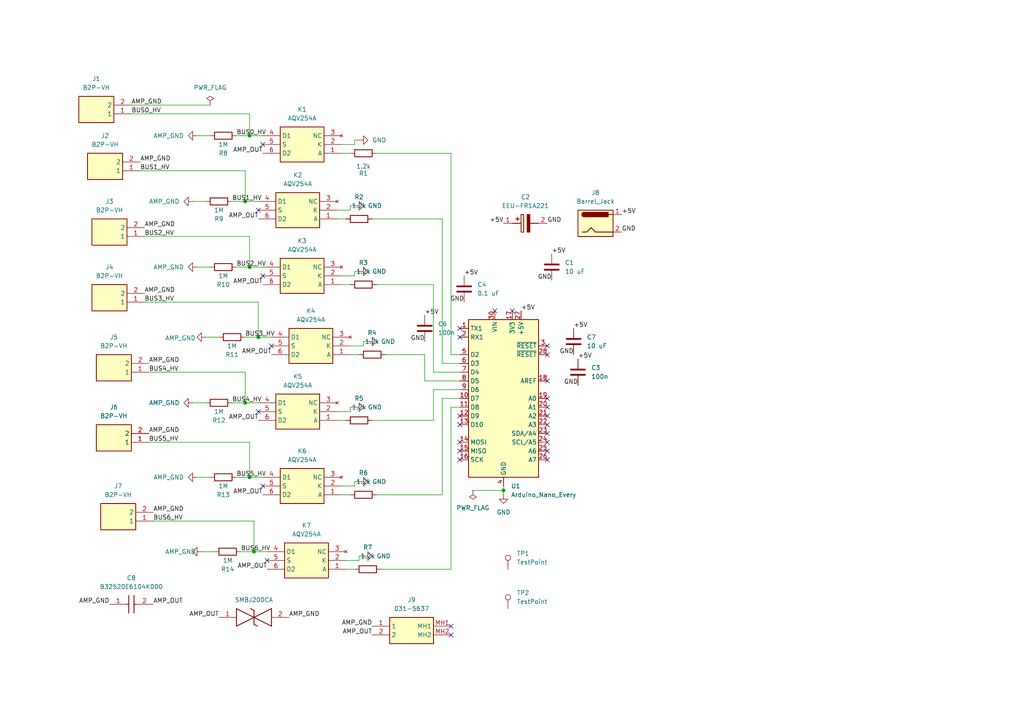
<source format=kicad_sch>
(kicad_sch (version 20250114) (generator "eeschema") (generator_version "9.0")
  (paper "A4")
  (lib_symbols
    (symbol "Connector:Barrel_Jack" (pin_names (offset 1.016))
      (property "Reference" "J" (at 0 5.334 0))
      (property "Value" "Barrel_Jack" (at 0 -5.08 0))
      (symbol "Barrel_Jack_0_1"
        (rectangle (start -5.08 3.81) (end 5.08 -3.81) (stroke (width 0.254)) (fill (type background)))
        (polyline (pts (xy -3.81 -2.54) (xy -2.54 -2.54) (xy -1.27 -1.27) (xy 0 -2.54) (xy 2.54 -2.54) (xy 5.08 -2.54)) (stroke (width 0.254)))
        (arc (start -3.302 1.905) (mid -3.9343 2.54) (end -3.302 3.175) (stroke (width 0.254)))
        (arc (start -3.302 1.905) (mid -3.9343 2.54) (end -3.302 3.175) (stroke (width 0.254)) (fill (type outline)))
        (rectangle (start 3.683 3.175) (end -3.302 1.905) (stroke (width 0.254)) (fill (type outline)))
        (polyline (pts (xy 5.08 2.54) (xy 3.81 2.54)) (stroke (width 0.254)))
      )
      (symbol "Barrel_Jack_1_1"
        (pin passive line (at 7.62 2.54 180) (length 2.54) (name "~") (number "1"))
        (pin passive line (at 7.62 -2.54 180) (length 2.54) (name "~") (number "2"))
      )
    )
    (symbol "Connector:TestPoint" (pin_numbers (hide yes)) (pin_names (offset 0.762) (hide yes))
      (property "Reference" "TP" (at 0 6.858 0))
      (property "Value" "TestPoint" (at 0 5.08 0))
      (symbol "TestPoint_0_1"
        (circle (center 0 3.302) (radius 0.762))
      )
      (symbol "TestPoint_1_1"
        (pin passive line (at 0 0 90) (length 2.54) (name "1") (number "1"))
      )
    )
    (symbol "Device:C" (pin_numbers (hide yes)) (pin_names (offset 0.254))
      (property "Reference" "C" (at 0.635 2.54 0))
      (property "Value" "C" (at 0.635 -2.54 0))
      (symbol "C_0_1"
        (polyline (pts (xy -2.032 0.762) (xy 2.032 0.762)) (stroke (width 0.508)))
        (polyline (pts (xy -2.032 -0.762) (xy 2.032 -0.762)) (stroke (width 0.508)))
      )
      (symbol "C_1_1"
        (pin passive line (at 0 3.81 270) (length 2.794) (name "~") (number "1"))
        (pin passive line (at 0 -3.81 90) (length 2.794) (name "~") (number "2"))
      )
    )
    (symbol "Device:R" (pin_numbers (hide yes)) (pin_names (offset 0))
      (property "Reference" "R" (at 2.032 0 90))
      (property "Value" "R" (at 0 0 90))
      (symbol "R_0_1"
        (rectangle (start -1.016 -2.54) (end 1.016 2.54) (stroke (width 0.254)))
      )
      (symbol "R_1_1"
        (pin passive line (at 0 3.81 270) (length 1.27) (name "~") (number "1"))
        (pin passive line (at 0 -3.81 90) (length 1.27) (name "~") (number "2"))
      )
    )
    (symbol "MCU_Module:Arduino_Nano_Every"
      (property "Reference" "A" (at -10.16 23.495 0))
      (property "Value" "Arduino_Nano_Every" (at 5.08 -24.13 0))
      (symbol "Arduino_Nano_Every_0_1"
        (rectangle (start -10.16 22.86) (end 10.16 -22.86) (stroke (width 0.254)) (fill (type background)))
      )
      (symbol "Arduino_Nano_Every_1_1"
        (pin bidirectional line (at -12.7 20.32 0) (length 2.54) (name "TX1") (number "1"))
        (pin bidirectional line (at -12.7 17.78 0) (length 2.54) (name "RX1") (number "2"))
        (pin bidirectional line (at -12.7 12.7 0) (length 2.54) (name "D2") (number "5"))
        (pin bidirectional line (at -12.7 10.16 0) (length 2.54) (name "D3") (number "6"))
        (pin bidirectional line (at -12.7 7.62 0) (length 2.54) (name "D4") (number "7"))
        (pin bidirectional line (at -12.7 5.08 0) (length 2.54) (name "D5") (number "8"))
        (pin bidirectional line (at -12.7 2.54 0) (length 2.54) (name "D6") (number "9"))
        (pin bidirectional line (at -12.7 0 0) (length 2.54) (name "D7") (number "10"))
        (pin bidirectional line (at -12.7 -2.54 0) (length 2.54) (name "D8") (number "11"))
        (pin bidirectional line (at -12.7 -5.08 0) (length 2.54) (name "D9") (number "12"))
        (pin bidirectional line (at -12.7 -7.62 0) (length 2.54) (name "D10") (number "13"))
        (pin bidirectional line (at -12.7 -12.7 0) (length 2.54) (name "MOSI") (number "14"))
        (pin bidirectional line (at -12.7 -15.24 0) (length 2.54) (name "MISO") (number "15"))
        (pin bidirectional line (at -12.7 -17.78 0) (length 2.54) (name "SCK") (number "16"))
        (pin power_in line (at -2.54 25.4 270) (length 2.54) (name "VIN") (number "30"))
        (pin passive line (at 0 -25.4 90) (length 2.54) (hide yes) (name "GND") (number "29"))
        (pin power_in line (at 0 -25.4 90) (length 2.54) (name "GND") (number "4"))
        (pin power_out line (at 2.54 25.4 270) (length 2.54) (name "3V3") (number "17"))
        (pin power_out line (at 5.08 25.4 270) (length 2.54) (name "+5V") (number "27"))
        (pin input line (at 12.7 15.24 180) (length 2.54) (name "~{RESET}") (number "3"))
        (pin input line (at 12.7 12.7 180) (length 2.54) (name "~{RESET}") (number "28"))
        (pin input line (at 12.7 5.08 180) (length 2.54) (name "AREF") (number "18"))
        (pin bidirectional line (at 12.7 0 180) (length 2.54) (name "A0") (number "19"))
        (pin bidirectional line (at 12.7 -2.54 180) (length 2.54) (name "A1") (number "20"))
        (pin bidirectional line (at 12.7 -5.08 180) (length 2.54) (name "A2") (number "21"))
        (pin bidirectional line (at 12.7 -7.62 180) (length 2.54) (name "A3") (number "22"))
        (pin bidirectional line (at 12.7 -10.16 180) (length 2.54) (name "SDA/A4") (number "23"))
        (pin bidirectional line (at 12.7 -12.7 180) (length 2.54) (name "SCL/A5") (number "24"))
        (pin bidirectional line (at 12.7 -15.24 180) (length 2.54) (name "A6") (number "25"))
        (pin bidirectional line (at 12.7 -17.78 180) (length 2.54) (name "A7") (number "26"))
      )
    )
    (symbol "SamacSys_Parts:031-5637"
      (property "Reference" "J" (at 19.05 7.62 0))
      (property "Value" "031-5637" (at 19.05 5.08 0))
      (symbol "031-5637_1_1"
        (rectangle (start 5.08 2.54) (end 17.78 -5.08) (stroke (width 0.254)) (fill (type background)))
        (pin passive line (at 0 0 0) (length 5.08) (name "1") (number "1"))
        (pin passive line (at 0 -2.54 0) (length 5.08) (name "2") (number "2"))
        (pin passive line (at 22.86 0 180) (length 5.08) (name "MH1") (number "MH1"))
        (pin passive line (at 22.86 -2.54 180) (length 5.08) (name "MH2") (number "MH2"))
      )
    )
    (symbol "SamacSys_Parts:AQV254A"
      (property "Reference" "K" (at 19.05 7.62 0))
      (property "Value" "AQV254A" (at 19.05 5.08 0))
      (symbol "AQV254A_1_1"
        (rectangle (start 5.08 2.54) (end 17.78 -7.62) (stroke (width 0.254)) (fill (type background)))
        (pin passive line (at 0 0 0) (length 5.08) (name "A") (number "1"))
        (pin passive line (at 0 -2.54 0) (length 5.08) (name "K") (number "2"))
        (pin no_connect line (at 0 -5.08 0) (length 5.08) (name "NC") (number "3"))
        (pin passive line (at 22.86 0 180) (length 5.08) (name "D2") (number "6"))
        (pin passive line (at 22.86 -2.54 180) (length 5.08) (name "S") (number "5"))
        (pin passive line (at 22.86 -5.08 180) (length 5.08) (name "D1") (number "4"))
      )
    )
    (symbol "SamacSys_Parts:B2P-VH"
      (property "Reference" "J" (at 16.51 7.62 0))
      (property "Value" "B2P-VH" (at 16.51 5.08 0))
      (symbol "B2P-VH_1_1"
        (rectangle (start 5.08 2.54) (end 15.24 -5.08) (stroke (width 0.254)) (fill (type background)))
        (pin passive line (at 0 0 0) (length 5.08) (name "1") (number "1"))
        (pin passive line (at 0 -2.54 0) (length 5.08) (name "2") (number "2"))
      )
    )
    (symbol "SamacSys_Parts:B32520E6104K000" (pin_names (hide yes))
      (property "Reference" "C" (at 8.89 6.35 0))
      (property "Value" "B32520E6104K000" (at 8.89 3.81 0))
      (symbol "B32520E6104K000_1_1"
        (polyline (pts (xy 5.08 0) (xy 5.588 0)) (stroke (width 0.254)))
        (polyline (pts (xy 5.588 2.54) (xy 5.588 -2.54)) (stroke (width 0.254)))
        (polyline (pts (xy 7.112 2.54) (xy 7.112 -2.54)) (stroke (width 0.254)))
        (polyline (pts (xy 7.112 0) (xy 7.62 0)) (stroke (width 0.254)))
        (pin passive line (at 0 0 0) (length 5.08) (name "1") (number "1"))
        (pin passive line (at 12.7 0 180) (length 5.08) (name "2") (number "2"))
      )
    )
    (symbol "SamacSys_Parts:EEU-FR1A221" (pin_names (hide yes))
      (property "Reference" "C" (at 8.89 6.35 0))
      (property "Value" "EEU-FR1A221" (at 8.89 3.81 0))
      (symbol "EEU-FR1A221_1_1"
        (polyline (pts (xy 2.54 0) (xy 5.08 0)) (stroke (width 0.254)))
        (polyline (pts (xy 4.064 1.778) (xy 4.064 0.762)) (stroke (width 0.254)))
        (polyline (pts (xy 4.572 1.27) (xy 3.556 1.27)) (stroke (width 0.254)))
        (rectangle (start 5.08 2.54) (end 5.842 -2.54) (stroke (width 0.254)) (fill (type background)))
        (polyline (pts (xy 7.62 2.54) (xy 7.62 -2.54) (xy 6.858 -2.54) (xy 6.858 2.54) (xy 7.62 2.54)) (stroke (width 0.254)) (fill (type outline)))
        (polyline (pts (xy 7.62 0) (xy 10.16 0)) (stroke (width 0.254)))
        (pin passive line (at 0 0 0) (length 2.54) (name "+") (number "1"))
        (pin passive line (at 12.7 0 180) (length 2.54) (name "-") (number "2"))
      )
    )
    (symbol "SamacSys_Parts:SMBJ200CA" (pin_names (hide yes))
      (property "Reference" "D" (at 12.7 8.89 0))
      (property "Value" "SMBJ200CA" (at 12.7 6.35 0))
      (symbol "SMBJ200CA_1_1"
        (polyline (pts (xy 5.08 2.54) (xy 5.08 -2.54)) (stroke (width 0.254)))
        (polyline (pts (xy 5.08 2.54) (xy 10.16 0)) (stroke (width 0.254)))
        (polyline (pts (xy 9.144 2.54) (xy 10.16 2.032)) (stroke (width 0.254)))
        (polyline (pts (xy 10.16 0) (xy 5.08 -2.54)) (stroke (width 0.254)))
        (polyline (pts (xy 10.16 0) (xy 15.24 -2.54)) (stroke (width 0.254)))
        (polyline (pts (xy 10.16 -2.032) (xy 10.16 2.032)) (stroke (width 0.254)))
        (polyline (pts (xy 10.16 -2.032) (xy 11.176 -2.54)) (stroke (width 0.254)))
        (polyline (pts (xy 15.24 2.54) (xy 10.16 0)) (stroke (width 0.254)))
        (polyline (pts (xy 15.24 2.54) (xy 15.24 -2.54)) (stroke (width 0.254)))
        (pin passive line (at 0 0 0) (length 5.08) (name "1") (number "1"))
        (pin passive line (at 20.32 0 180) (length 5.08) (name "2") (number "2"))
      )
    )
    (symbol "power:GND" (power) (pin_numbers (hide yes)) (pin_names (offset 0) (hide yes))
      (property "Value" "GND" (at 0 -3.81 0))
      (symbol "GND_0_1"
        (polyline (pts (xy 0 0) (xy 0 -1.27) (xy 1.27 -1.27) (xy 0 -2.54) (xy -1.27 -1.27) (xy 0 -1.27)))
      )
      (symbol "GND_1_1"
        (pin power_in line (at 0 0 270) (length 0) (name "~") (number "1"))
      )
    )
    (symbol "power:PWR_FLAG" (power) (pin_numbers (hide yes)) (pin_names (offset 0) (hide yes))
      (property "Value" "PWR_FLAG" (at 0 3.81 0))
      (symbol "PWR_FLAG_0_0"
        (pin power_out line (at 0 0 90) (length 0) (name "~") (number "1"))
      )
      (symbol "PWR_FLAG_0_1"
        (polyline (pts (xy 0 0) (xy 0 1.27) (xy -1.016 1.905) (xy 0 2.54) (xy 1.016 1.905) (xy 0 1.27)))
      )
    )
  )
  (junction (at 73.66 160.02))
  (junction (at 72.39 39.37))
  (junction (at 71.12 58.42))
  (junction (at 72.39 77.47))
  (junction (at 74.93 97.79))
  (junction (at 71.12 116.84))
  (junction (at 72.39 138.43))
  (junction (at 146.05 142.24))
  (no_connect (at 133.35 95.25))
  (no_connect (at 133.35 120.65))
  (no_connect (at 158.75 133.35))
  (no_connect (at 143.51 90.17))
  (no_connect (at 76.2 80.01))
  (no_connect (at 158.75 110.49))
  (no_connect (at 133.35 133.35))
  (no_connect (at 158.75 102.87))
  (no_connect (at 130.81 181.61))
  (no_connect (at 78.74 100.33))
  (no_connect (at 158.75 128.27))
  (no_connect (at 158.75 125.73))
  (no_connect (at 158.75 118.11))
  (no_connect (at 158.75 100.33))
  (no_connect (at 74.93 60.96))
  (no_connect (at 158.75 130.81))
  (no_connect (at 158.75 123.19))
  (no_connect (at 74.93 119.38))
  (no_connect (at 76.2 41.91))
  (no_connect (at 76.2 140.97))
  (no_connect (at 158.75 120.65))
  (no_connect (at 148.59 90.17))
  (no_connect (at 133.35 97.79))
  (no_connect (at 133.35 130.81))
  (no_connect (at 133.35 128.27))
  (no_connect (at 158.75 115.57))
  (no_connect (at 133.35 123.19))
  (no_connect (at 130.81 184.15))
  (no_connect (at 77.47 162.56))
  (wire (pts (xy 57.15 138.43) (xy 60.96 138.43)))
  (wire (pts (xy 55.88 58.42) (xy 59.69 58.42)))
  (wire (pts (xy 101.6 59.69) (xy 102.87 59.69)))
  (wire (pts (xy 67.31 58.42) (xy 71.12 58.42)))
  (wire (pts (xy 72.39 39.37) (xy 76.2 39.37)))
  (wire (pts (xy 101.6 119.38) (xy 97.79 119.38)))
  (wire (pts (xy 102.87 40.64) (xy 104.14 40.64)))
  (wire (pts (xy 133.35 115.57) (xy 128.27 115.57)))
  (wire (pts (xy 123.19 110.49) (xy 123.19 102.87)))
  (wire (pts (xy 109.22 143.51) (xy 128.27 143.51)))
  (wire (pts (xy 102.87 78.74) (xy 102.87 80.01)))
  (wire (pts (xy 101.6 118.11) (xy 102.87 118.11)))
  (wire (pts (xy 137.16 142.24) (xy 146.05 142.24)))
  (wire (pts (xy 130.81 118.11) (xy 133.35 118.11)))
  (wire (pts (xy 68.58 39.37) (xy 72.39 39.37)))
  (wire (pts (xy 146.05 140.97) (xy 146.05 142.24)))
  (wire (pts (xy 128.27 105.41) (xy 133.35 105.41)))
  (wire (pts (xy 40.64 49.53) (xy 71.12 49.53)))
  (wire (pts (xy 38.1 30.48) (xy 60.96 30.48)))
  (wire (pts (xy 41.91 87.63) (xy 74.93 87.63)))
  (wire (pts (xy 125.73 113.03) (xy 133.35 113.03)))
  (wire (pts (xy 73.66 160.02) (xy 77.47 160.02)))
  (wire (pts (xy 146.05 142.24) (xy 146.05 143.51)))
  (wire (pts (xy 128.27 63.5) (xy 107.95 63.5)))
  (wire (pts (xy 105.41 100.33) (xy 101.6 100.33)))
  (wire (pts (xy 128.27 115.57) (xy 128.27 143.51)))
  (wire (pts (xy 102.87 139.7) (xy 104.14 139.7)))
  (wire (pts (xy 68.58 138.43) (xy 72.39 138.43)))
  (wire (pts (xy 130.81 44.45) (xy 109.22 44.45)))
  (wire (pts (xy 125.73 82.55) (xy 109.22 82.55)))
  (wire (pts (xy 57.15 39.37) (xy 60.96 39.37)))
  (wire (pts (xy 104.14 162.56) (xy 100.33 162.56)))
  (wire (pts (xy 43.18 107.95) (xy 71.12 107.95)))
  (wire (pts (xy 102.87 41.91) (xy 99.06 41.91)))
  (wire (pts (xy 125.73 121.92) (xy 125.73 113.03)))
  (wire (pts (xy 44.45 151.13) (xy 73.66 151.13)))
  (wire (pts (xy 72.39 68.58) (xy 72.39 77.47)))
  (wire (pts (xy 71.12 97.79) (xy 74.93 97.79)))
  (wire (pts (xy 101.6 102.87) (xy 104.14 102.87)))
  (wire (pts (xy 102.87 140.97) (xy 99.06 140.97)))
  (wire (pts (xy 72.39 128.27) (xy 72.39 138.43)))
  (wire (pts (xy 97.79 63.5) (xy 100.33 63.5)))
  (wire (pts (xy 57.15 77.47) (xy 60.96 77.47)))
  (wire (pts (xy 101.6 118.11) (xy 101.6 119.38)))
  (wire (pts (xy 128.27 63.5) (xy 128.27 105.41)))
  (wire (pts (xy 72.39 77.47) (xy 76.2 77.47)))
  (wire (pts (xy 102.87 139.7) (xy 102.87 140.97)))
  (wire (pts (xy 41.91 68.58) (xy 72.39 68.58)))
  (wire (pts (xy 71.12 116.84) (xy 74.93 116.84)))
  (wire (pts (xy 104.14 161.29) (xy 105.41 161.29)))
  (wire (pts (xy 102.87 80.01) (xy 99.06 80.01)))
  (wire (pts (xy 101.6 60.96) (xy 97.79 60.96)))
  (wire (pts (xy 130.81 165.1) (xy 130.81 118.11)))
  (wire (pts (xy 105.41 99.06) (xy 105.41 100.33)))
  (wire (pts (xy 123.19 102.87) (xy 111.76 102.87)))
  (wire (pts (xy 59.69 97.79) (xy 63.5 97.79)))
  (wire (pts (xy 58.42 160.02) (xy 62.23 160.02)))
  (wire (pts (xy 74.93 97.79) (xy 78.74 97.79)))
  (wire (pts (xy 71.12 49.53) (xy 71.12 58.42)))
  (wire (pts (xy 99.06 143.51) (xy 101.6 143.51)))
  (wire (pts (xy 72.39 138.43) (xy 76.2 138.43)))
  (wire (pts (xy 43.18 128.27) (xy 72.39 128.27)))
  (wire (pts (xy 72.39 39.37) (xy 72.39 33.02)))
  (wire (pts (xy 107.95 121.92) (xy 125.73 121.92)))
  (wire (pts (xy 73.66 151.13) (xy 73.66 160.02)))
  (wire (pts (xy 125.73 107.95) (xy 133.35 107.95)))
  (wire (pts (xy 130.81 102.87) (xy 133.35 102.87)))
  (wire (pts (xy 68.58 77.47) (xy 72.39 77.47)))
  (wire (pts (xy 99.06 82.55) (xy 101.6 82.55)))
  (wire (pts (xy 105.41 99.06) (xy 106.68 99.06)))
  (wire (pts (xy 101.6 59.69) (xy 101.6 60.96)))
  (wire (pts (xy 130.81 44.45) (xy 130.81 102.87)))
  (wire (pts (xy 125.73 82.55) (xy 125.73 107.95)))
  (wire (pts (xy 104.14 161.29) (xy 104.14 162.56)))
  (wire (pts (xy 99.06 44.45) (xy 101.6 44.45)))
  (wire (pts (xy 74.93 87.63) (xy 74.93 97.79)))
  (wire (pts (xy 102.87 40.64) (xy 102.87 41.91)))
  (wire (pts (xy 72.39 33.02) (xy 38.1 33.02)))
  (wire (pts (xy 97.79 121.92) (xy 100.33 121.92)))
  (wire (pts (xy 71.12 107.95) (xy 71.12 116.84)))
  (wire (pts (xy 133.35 110.49) (xy 123.19 110.49)))
  (wire (pts (xy 55.88 116.84) (xy 59.69 116.84)))
  (wire (pts (xy 102.87 78.74) (xy 104.14 78.74)))
  (wire (pts (xy 71.12 58.42) (xy 74.93 58.42)))
  (wire (pts (xy 69.85 160.02) (xy 73.66 160.02)))
  (wire (pts (xy 67.31 116.84) (xy 71.12 116.84)))
  (wire (pts (xy 110.49 165.1) (xy 130.81 165.1)))
  (wire (pts (xy 100.33 165.1) (xy 102.87 165.1)))
  (label "AMP_GND" (at 41.91 85.09 0))
  (label "BUS0_HV" (at 38.1 33.02 0))
  (label "AMP_GND" (at 38.1 30.48 0))
  (label "BUS5_HV" (at 43.18 128.27 0))
  (label "GND" (at 166.37 102.87 180))
  (label "+5V" (at 166.37 95.25 0))
  (label "AMP_OUT" (at 78.74 102.87 180))
  (label "AMP_OUT" (at 76.2 143.51 180))
  (label "BUS4_HV" (at 67.31 116.84 0))
  (label "BUS3_HV" (at 41.91 87.63 0))
  (label "AMP_GND" (at 43.18 125.73 0))
  (label "+5V" (at 151.13 90.17 0))
  (label "BUS4_HV" (at 43.18 107.95 0))
  (label "BUS2_HV" (at 68.58 77.47 0))
  (label "BUS1_HV" (at 40.64 49.53 0))
  (label "AMP_OUT" (at 76.2 82.55 180))
  (label "+5V" (at 123.19 91.44 0))
  (label "+5V" (at 180.34 62.23 0))
  (label "GND" (at 158.75 64.77 0))
  (label "+5V" (at 167.64 104.14 0))
  (label "AMP_OUT" (at 74.93 121.92 180))
  (label "GND" (at 167.64 111.76 180))
  (label "AMP_OUT" (at 63.5 179.07 180))
  (label "GND" (at 134.62 87.63 180))
  (label "GND" (at 123.19 99.06 180))
  (label "+5V" (at 146.05 64.77 180))
  (label "AMP_OUT" (at 74.93 63.5 180))
  (label "BUS0_HV" (at 68.58 39.37 0))
  (label "GND" (at 160.02 81.28 180))
  (label "BUS6_HV" (at 69.85 160.02 0))
  (label "BUS6_HV" (at 44.45 151.13 0))
  (label "AMP_OUT" (at 77.47 165.1 180))
  (label "AMP_GND" (at 83.82 179.07 0))
  (label "AMP_OUT" (at 76.2 44.45 180))
  (label "BUS5_HV" (at 68.58 138.43 0))
  (label "BUS1_HV" (at 67.31 58.42 0))
  (label "AMP_OUT" (at 107.95 184.15 180))
  (label "+5V" (at 160.02 73.66 0))
  (label "AMP_GND" (at 107.95 181.61 180))
  (label "+5V" (at 134.62 80.01 0))
  (label "AMP_OUT" (at 44.45 175.26 0))
  (label "BUS2_HV" (at 41.91 68.58 0))
  (label "AMP_GND" (at 44.45 148.59 0))
  (label "AMP_GND" (at 43.18 105.41 0))
  (label "GND" (at 180.34 67.31 0))
  (label "AMP_GND" (at 41.91 66.04 0))
  (label "AMP_GND" (at 40.64 46.99 0))
  (label "AMP_GND" (at 31.75 175.26 180))
  (label "BUS3_HV" (at 71.12 97.79 0))
  (symbol (lib_id "Device:C") (at 134.62 83.82 0) (unit 1)
    (property "Reference" "C4" (at 138.43 82.5499 0) (effects (justify left)))
    (property "Value" "0.1 uF" (at 138.43 85.0899 0) (effects (justify left)))
    (property "Footprint" "Capacitor_SMD:C_0805_2012Metric" (effects (hide yes)))
    (property "Description" "Unpolarized capacitor" (effects (hide yes)))
  )
  (symbol (lib_id "SamacSys_Parts:B2P-VH") (at 43.18 128.27 180) (unit 1)
    (property "Reference" "J6" (at 33.02 118.11 0))
    (property "Value" "B2P-VH" (at 33.02 120.65 0))
    (property "Footprint" "Connector_JST:JST_VH_B2P-VH-B_1x02_P3.96mm_Vertical" (effects (hide yes)))
    (property "Datasheet" "http://www.jst-mfg.com/product/pdf/eng/eVH.pdf" (effects (hide yes)))
    (property "Description" "CONN HEADER VH TOP 2POS 3.96MM" (effects (hide yes)))
    (property "Height" "9.4" (effects (hide yes)))
    (property "Manufacturer_Name" "JST (JAPAN SOLDERLESS TERMINALS)" (effects (hide yes)))
    (property "Manufacturer_Part_Number" "B2P-VH" (effects (hide yes)))
  )
  (symbol (lib_id "SamacSys_Parts:B2P-VH") (at 41.91 87.63 180) (unit 1)
    (property "Reference" "J4" (at 31.75 77.47 0))
    (property "Value" "B2P-VH" (at 31.75 80.01 0))
    (property "Footprint" "Connector_JST:JST_VH_B2P-VH-B_1x02_P3.96mm_Vertical" (effects (hide yes)))
    (property "Datasheet" "http://www.jst-mfg.com/product/pdf/eng/eVH.pdf" (effects (hide yes)))
    (property "Description" "CONN HEADER VH TOP 2POS 3.96MM" (effects (hide yes)))
    (property "Height" "9.4" (effects (hide yes)))
    (property "Manufacturer_Name" "JST (JAPAN SOLDERLESS TERMINALS)" (effects (hide yes)))
    (property "Manufacturer_Part_Number" "B2P-VH" (effects (hide yes)))
  )
  (symbol (lib_id "SamacSys_Parts:AQV254A") (at 97.79 63.5 180) (unit 1)
    (property "Reference" "K2" (at 86.36 50.8 0))
    (property "Value" "AQV254A" (at 86.36 53.34 0))
    (property "Footprint" "Package_DIP:SMDIP-6_W7.62mm" (effects (hide yes)))
    (property "Datasheet" "https://datasheet.datasheetarchive.com/originals/distributors/Datasheets-315/542737.pdf" (effects (hide yes)))
    (property "Description" "Relay,SSR,Control,SPST-NO,150mA,400V,SMD Panasonic 150 mA SPNO Solid State Relay, AC/DC, Surface Mount PhotoMOS, 400 V Maximum Load" (effects (hide yes)))
    (property "Height" "3.9" (effects (hide yes)))
    (property "Manufacturer_Name" "Panasonic" (effects (hide yes)))
    (property "Manufacturer_Part_Number" "AQV254A" (effects (hide yes)))
    (property "Mouser Part Number" "769-AQV254A" (effects (hide yes)))
    (property "Mouser Price/Stock" "https://www.mouser.co.uk/ProductDetail/Panasonic-Industrial-Devices/AQV254A?qs=QVBMgXxBiLxg%252B9lh65%252BN7w%3D%3D" (effects (hide yes)))
    (property "Arrow Part Number" "AQV254A" (effects (hide yes)))
    (property "Arrow Price/Stock" "https://www.arrow.com/en/products/aqv254a/panasonic" (effects (hide yes)))
  )
  (symbol (lib_id "SamacSys_Parts:AQV254A") (at 97.79 121.92 180) (unit 1)
    (property "Reference" "K5" (at 86.36 109.22 0))
    (property "Value" "AQV254A" (at 86.36 111.76 0))
    (property "Footprint" "Package_DIP:SMDIP-6_W7.62mm" (effects (hide yes)))
    (property "Datasheet" "https://datasheet.datasheetarchive.com/originals/distributors/Datasheets-315/542737.pdf" (effects (hide yes)))
    (property "Description" "Relay,SSR,Control,SPST-NO,150mA,400V,SMD Panasonic 150 mA SPNO Solid State Relay, AC/DC, Surface Mount PhotoMOS, 400 V Maximum Load" (effects (hide yes)))
    (property "Height" "3.9" (effects (hide yes)))
    (property "Manufacturer_Name" "Panasonic" (effects (hide yes)))
    (property "Manufacturer_Part_Number" "AQV254A" (effects (hide yes)))
    (property "Mouser Part Number" "769-AQV254A" (effects (hide yes)))
    (property "Mouser Price/Stock" "https://www.mouser.co.uk/ProductDetail/Panasonic-Industrial-Devices/AQV254A?qs=QVBMgXxBiLxg%252B9lh65%252BN7w%3D%3D" (effects (hide yes)))
    (property "Arrow Part Number" "AQV254A" (effects (hide yes)))
    (property "Arrow Price/Stock" "https://www.arrow.com/en/products/aqv254a/panasonic" (effects (hide yes)))
  )
  (symbol (lib_id "Device:R") (at 106.68 165.1 270) (unit 1)
    (property "Reference" "R7" (at 106.68 158.75 90))
    (property "Value" "1.2k" (at 106.68 161.29 90))
    (property "Footprint" "Resistor_SMD:R_0603_1608Metric" (effects (hide yes)))
    (property "Description" "Resistor" (effects (hide yes)))
  )
  (symbol (lib_id "Device:R") (at 63.5 58.42 270) (unit 1)
    (property "Reference" "R9" (at 63.5 63.5 90))
    (property "Value" "1M" (at 63.5 60.96 90))
    (property "Footprint" "Resistor_SMD:R_0805_2012Metric" (effects (hide yes)))
    (property "Description" "Resistor" (effects (hide yes)))
  )
  (symbol (lib_id "SamacSys_Parts:AQV254A") (at 101.6 102.87 180) (unit 1)
    (property "Reference" "K4" (at 90.17 90.17 0))
    (property "Value" "AQV254A" (at 90.17 92.71 0))
    (property "Footprint" "Package_DIP:SMDIP-6_W7.62mm" (effects (hide yes)))
    (property "Datasheet" "https://datasheet.datasheetarchive.com/originals/distributors/Datasheets-315/542737.pdf" (effects (hide yes)))
    (property "Description" "Relay,SSR,Control,SPST-NO,150mA,400V,SMD Panasonic 150 mA SPNO Solid State Relay, AC/DC, Surface Mount PhotoMOS, 400 V Maximum Load" (effects (hide yes)))
    (property "Height" "3.9" (effects (hide yes)))
    (property "Manufacturer_Name" "Panasonic" (effects (hide yes)))
    (property "Manufacturer_Part_Number" "AQV254A" (effects (hide yes)))
    (property "Mouser Part Number" "769-AQV254A" (effects (hide yes)))
    (property "Mouser Price/Stock" "https://www.mouser.co.uk/ProductDetail/Panasonic-Industrial-Devices/AQV254A?qs=QVBMgXxBiLxg%252B9lh65%252BN7w%3D%3D" (effects (hide yes)))
    (property "Arrow Part Number" "AQV254A" (effects (hide yes)))
    (property "Arrow Price/Stock" "https://www.arrow.com/en/products/aqv254a/panasonic" (effects (hide yes)))
  )
  (symbol (lib_id "power:GND") (at 146.05 143.51 0) (unit 1)
    (property "Reference" "#PWR02" (effects (hide yes)))
    (property "Value" "GND" (at 146.05 148.59 0))
    (property "Description" "Power symbol creates a global label with name \"GND\" , ground" (effects (hide yes)))
  )
  (symbol (lib_id "SamacSys_Parts:EEU-FR1A221") (at 146.05 64.77 0) (unit 1)
    (property "Reference" "C2" (at 152.4 57.15 0))
    (property "Value" "EEU-FR1A221" (at 152.4 59.69 0))
    (property "Footprint" "Capacitor_THT:CP_Radial_D6.3mm_P2.50mm" (effects (hide yes)))
    (property "Datasheet" "http://industrial.panasonic.com/cdbs/www-data/pdf/RDF0000/ABA0000C1259.pdf" (effects (hide yes)))
    (property "Description" "Cap Aluminum Lytic 220uF 10V 20% (6.3 X 11.2mm) Radial 2.5mm 455mA 5000h 105C Bulk" (effects (hide yes)))
    (property "Height" "12.7" (effects (hide yes)))
    (property "Manufacturer_Name" "Panasonic" (effects (hide yes)))
    (property "Manufacturer_Part_Number" "EEU-FR1A221" (effects (hide yes)))
    (property "Mouser Part Number" "667-EEU-FR1A221" (effects (hide yes)))
    (property "Mouser Price/Stock" "https://www.mouser.co.uk/ProductDetail/Panasonic/EEU-FR1A221?qs=ob%252BdNz2%252BYEhkWgEESuSfIA%3D%3D" (effects (hide yes)))
    (property "Arrow Part Number" "EEU-FR1A221" (effects (hide yes)))
    (property "Arrow Price/Stock" "https://www.arrow.com/en/products/eeu-fr1a221/panasonic" (effects (hide yes)))
  )
  (symbol (lib_id "power:GND") (at 102.87 59.69 90) (unit 1)
    (property "Reference" "#PWR010" (effects (hide yes)))
    (property "Value" "GND" (at 106.68 59.6899 90) (effects (justify right)))
    (property "Description" "Power symbol creates a global label with name \"GND\" , ground" (effects (hide yes)))
  )
  (symbol (lib_id "Connector:Barrel_Jack") (at 172.72 64.77 0) (unit 1)
    (property "Reference" "J8" (at 172.72 55.88 0))
    (property "Value" "Barrel_Jack" (at 172.72 58.42 0))
    (property "Footprint" "Connector_BarrelJack:BarrelJack_CUI_PJ-102AH_Horizontal" (effects (hide yes)))
    (property "Description" "DC Barrel Jack" (effects (hide yes)))
  )
  (symbol (lib_id "power:GND") (at 59.69 97.79 270) (unit 1)
    (property "Reference" "#PWR03" (effects (hide yes)))
    (property "Value" "AMP_GND" (at 52.324 98.044 90))
    (property "Description" "Power symbol creates a global label with name \"GND\" , ground" (effects (hide yes)))
  )
  (symbol (lib_id "SamacSys_Parts:AQV254A") (at 100.33 165.1 180) (unit 1)
    (property "Reference" "K7" (at 88.9 152.4 0))
    (property "Value" "AQV254A" (at 88.9 154.94 0))
    (property "Footprint" "Package_DIP:SMDIP-6_W7.62mm" (effects (hide yes)))
    (property "Datasheet" "https://datasheet.datasheetarchive.com/originals/distributors/Datasheets-315/542737.pdf" (effects (hide yes)))
    (property "Description" "Relay,SSR,Control,SPST-NO,150mA,400V,SMD Panasonic 150 mA SPNO Solid State Relay, AC/DC, Surface Mount PhotoMOS, 400 V Maximum Load" (effects (hide yes)))
    (property "Height" "3.9" (effects (hide yes)))
    (property "Manufacturer_Name" "Panasonic" (effects (hide yes)))
    (property "Manufacturer_Part_Number" "AQV254A" (effects (hide yes)))
    (property "Mouser Part Number" "769-AQV254A" (effects (hide yes)))
    (property "Mouser Price/Stock" "https://www.mouser.co.uk/ProductDetail/Panasonic-Industrial-Devices/AQV254A?qs=QVBMgXxBiLxg%252B9lh65%252BN7w%3D%3D" (effects (hide yes)))
    (property "Arrow Part Number" "AQV254A" (effects (hide yes)))
    (property "Arrow Price/Stock" "https://www.arrow.com/en/products/aqv254a/panasonic" (effects (hide yes)))
  )
  (symbol (lib_id "Device:R") (at 107.95 102.87 270) (unit 1)
    (property "Reference" "R4" (at 107.95 96.52 90))
    (property "Value" "1.2k" (at 107.95 99.06 90))
    (property "Footprint" "Resistor_SMD:R_0603_1608Metric" (effects (hide yes)))
    (property "Description" "Resistor" (effects (hide yes)))
  )
  (symbol (lib_id "power:GND") (at 106.68 99.06 90) (unit 1)
    (property "Reference" "#PWR04" (effects (hide yes)))
    (property "Value" "GND" (at 110.49 99.0599 90) (effects (justify right)))
    (property "Description" "Power symbol creates a global label with name \"GND\" , ground" (effects (hide yes)))
  )
  (symbol (lib_id "power:GND") (at 104.14 139.7 90) (unit 1)
    (property "Reference" "#PWR016" (effects (hide yes)))
    (property "Value" "GND" (at 107.95 139.6999 90) (effects (justify right)))
    (property "Description" "Power symbol creates a global label with name \"GND\" , ground" (effects (hide yes)))
  )
  (symbol (lib_id "power:GND") (at 57.15 138.43 270) (unit 1)
    (property "Reference" "#PWR015" (effects (hide yes)))
    (property "Value" "AMP_GND" (at 53.34 138.4299 90) (effects (justify right)))
    (property "Description" "Power symbol creates a global label with name \"GND\" , ground" (effects (hide yes)))
  )
  (symbol (lib_id "SamacSys_Parts:SMBJ200CA") (at 63.5 179.07 0) (unit 1)
    (property "Reference" "D2" (effects (hide yes)))
    (property "Value" "SMBJ200CA" (at 73.66 173.99 0))
    (property "Footprint" "Diode_SMD:D_SMB" (effects (hide yes)))
    (property "Datasheet" "https://www.bourns.com/docs/Product-Datasheets/SMBJ.pdf" (effects (hide yes)))
    (property "Description" "ESD Suppressors / TVS Diodes 200volts 1uA 1.9 Amps Bi-Dir" (effects (hide yes)))
    (property "Height" "2.44" (effects (hide yes)))
    (property "Manufacturer_Name" "Bourns" (effects (hide yes)))
    (property "Manufacturer_Part_Number" "SMBJ200CA" (effects (hide yes)))
    (property "Mouser Part Number" "652-SMBJ200CA" (effects (hide yes)))
    (property "Mouser Price/Stock" "https://www.mouser.co.uk/ProductDetail/Bourns/SMBJ200CA?qs=RlRj25DlwaB0codG%252BT52QQ%3D%3D" (effects (hide yes)))
    (property "Arrow Part Number" "SMBJ200CA" (effects (hide yes)))
    (property "Arrow Price/Stock" "https://www.arrow.com/en/products/smbj200ca/bourns?region=nac" (effects (hide yes)))
  )
  (symbol (lib_id "Device:R") (at 104.14 63.5 270) (unit 1)
    (property "Reference" "R2" (at 104.14 57.15 90))
    (property "Value" "1.2k" (at 104.14 59.69 90))
    (property "Footprint" "Resistor_SMD:R_0603_1608Metric" (effects (hide yes)))
    (property "Description" "Resistor" (effects (hide yes)))
  )
  (symbol (lib_id "SamacSys_Parts:B2P-VH") (at 41.91 68.58 180) (unit 1)
    (property "Reference" "J3" (at 31.75 58.42 0))
    (property "Value" "B2P-VH" (at 31.75 60.96 0))
    (property "Footprint" "Connector_JST:JST_VH_B2P-VH-B_1x02_P3.96mm_Vertical" (effects (hide yes)))
    (property "Datasheet" "http://www.jst-mfg.com/product/pdf/eng/eVH.pdf" (effects (hide yes)))
    (property "Description" "CONN HEADER VH TOP 2POS 3.96MM" (effects (hide yes)))
    (property "Height" "9.4" (effects (hide yes)))
    (property "Manufacturer_Name" "JST (JAPAN SOLDERLESS TERMINALS)" (effects (hide yes)))
    (property "Manufacturer_Part_Number" "B2P-VH" (effects (hide yes)))
  )
  (symbol (lib_id "Device:R") (at 104.14 121.92 270) (unit 1)
    (property "Reference" "R5" (at 104.14 115.57 90))
    (property "Value" "1.2k" (at 104.14 118.11 90))
    (property "Footprint" "Resistor_SMD:R_0603_1608Metric" (effects (hide yes)))
    (property "Description" "Resistor" (effects (hide yes)))
  )
  (symbol (lib_id "power:GND") (at 105.41 161.29 90) (unit 1)
    (property "Reference" "#PWR014" (effects (hide yes)))
    (property "Value" "GND" (at 109.22 161.2899 90) (effects (justify right)))
    (property "Description" "Power symbol creates a global label with name \"GND\" , ground" (effects (hide yes)))
  )
  (symbol (lib_id "Device:C") (at 167.64 107.95 0) (unit 1)
    (property "Reference" "C3" (at 171.45 106.6799 0) (effects (justify left)))
    (property "Value" "100n" (at 171.45 109.2199 0) (effects (justify left)))
    (property "Footprint" "Capacitor_SMD:C_0603_1608Metric" (effects (hide yes)))
    (property "Description" "Unpolarized capacitor" (effects (hide yes)))
  )
  (symbol (lib_id "power:GND") (at 55.88 58.42 270) (unit 1)
    (property "Reference" "#PWR09" (effects (hide yes)))
    (property "Value" "AMP_GND" (at 52.07 58.4199 90) (effects (justify right)))
    (property "Description" "Power symbol creates a global label with name \"GND\" , ground" (effects (hide yes)))
  )
  (symbol (lib_id "power:GND") (at 57.15 39.37 270) (unit 1)
    (property "Reference" "#PWR011" (effects (hide yes)))
    (property "Value" "AMP_GND" (at 53.34 39.3699 90) (effects (justify right)))
    (property "Description" "Power symbol creates a global label with name \"GND\" , ground" (effects (hide yes)))
  )
  (symbol (lib_id "Device:R") (at 63.5 116.84 270) (unit 1)
    (property "Reference" "R12" (at 63.5 121.92 90))
    (property "Value" "1M" (at 63.5 119.38 90))
    (property "Footprint" "Resistor_SMD:R_0805_2012Metric" (effects (hide yes)))
    (property "Description" "Resistor" (effects (hide yes)))
  )
  (symbol (lib_id "SamacSys_Parts:AQV254A") (at 99.06 143.51 180) (unit 1)
    (property "Reference" "K6" (at 87.63 130.81 0))
    (property "Value" "AQV254A" (at 87.63 133.35 0))
    (property "Footprint" "Package_DIP:SMDIP-6_W7.62mm" (effects (hide yes)))
    (property "Datasheet" "https://datasheet.datasheetarchive.com/originals/distributors/Datasheets-315/542737.pdf" (effects (hide yes)))
    (property "Description" "Relay,SSR,Control,SPST-NO,150mA,400V,SMD Panasonic 150 mA SPNO Solid State Relay, AC/DC, Surface Mount PhotoMOS, 400 V Maximum Load" (effects (hide yes)))
    (property "Height" "3.9" (effects (hide yes)))
    (property "Manufacturer_Name" "Panasonic" (effects (hide yes)))
    (property "Manufacturer_Part_Number" "AQV254A" (effects (hide yes)))
    (property "Mouser Part Number" "769-AQV254A" (effects (hide yes)))
    (property "Mouser Price/Stock" "https://www.mouser.co.uk/ProductDetail/Panasonic-Industrial-Devices/AQV254A?qs=QVBMgXxBiLxg%252B9lh65%252BN7w%3D%3D" (effects (hide yes)))
    (property "Arrow Part Number" "AQV254A" (effects (hide yes)))
    (property "Arrow Price/Stock" "https://www.arrow.com/en/products/aqv254a/panasonic" (effects (hide yes)))
  )
  (symbol (lib_id "power:GND") (at 58.42 160.02 270) (unit 1)
    (property "Reference" "#PWR013" (effects (hide yes)))
    (property "Value" "AMP_GND" (at 52.324 160.02 90))
    (property "Description" "Power symbol creates a global label with name \"GND\" , ground" (effects (hide yes)))
  )
  (symbol (lib_id "power:PWR_FLAG") (at 137.16 142.24 180) (unit 1)
    (property "Reference" "#FLG02" (effects (hide yes)))
    (property "Value" "PWR_FLAG" (at 137.16 147.32 0))
    (property "Description" "Special symbol for telling ERC where power comes from" (effects (hide yes)))
  )
  (symbol (lib_id "Device:C") (at 166.37 99.06 0) (unit 1)
    (property "Reference" "C7" (at 170.18 97.7899 0) (effects (justify left)))
    (property "Value" "10 uF" (at 170.18 100.3299 0) (effects (justify left)))
    (property "Footprint" "Capacitor_SMD:C_0805_2012Metric" (effects (hide yes)))
    (property "Description" "Unpolarized capacitor" (effects (hide yes)))
  )
  (symbol (lib_id "power:GND") (at 104.14 78.74 90) (unit 1)
    (property "Reference" "#PWR08" (effects (hide yes)))
    (property "Value" "GND" (at 107.95 78.7399 90) (effects (justify right)))
    (property "Description" "Power symbol creates a global label with name \"GND\" , ground" (effects (hide yes)))
  )
  (symbol (lib_id "SamacSys_Parts:B2P-VH") (at 43.18 107.95 180) (unit 1)
    (property "Reference" "J5" (at 33.02 97.79 0))
    (property "Value" "B2P-VH" (at 33.02 100.33 0))
    (property "Footprint" "Connector_JST:JST_VH_B2P-VH-B_1x02_P3.96mm_Vertical" (effects (hide yes)))
    (property "Datasheet" "http://www.jst-mfg.com/product/pdf/eng/eVH.pdf" (effects (hide yes)))
    (property "Description" "CONN HEADER VH TOP 2POS 3.96MM" (effects (hide yes)))
    (property "Height" "9.4" (effects (hide yes)))
    (property "Manufacturer_Name" "JST (JAPAN SOLDERLESS TERMINALS)" (effects (hide yes)))
    (property "Manufacturer_Part_Number" "B2P-VH" (effects (hide yes)))
  )
  (symbol (lib_id "Device:R") (at 105.41 44.45 270) (unit 1)
    (property "Reference" "R1" (at 105.41 50.292 90))
    (property "Value" "1.2k" (at 105.41 48.26 90))
    (property "Footprint" "Resistor_SMD:R_0603_1608Metric" (effects (hide yes)))
    (property "Description" "Resistor" (effects (hide yes)))
  )
  (symbol (lib_id "Device:C") (at 160.02 77.47 0) (unit 1)
    (property "Reference" "C1" (at 163.83 76.1999 0) (effects (justify left)))
    (property "Value" "10 uF" (at 163.83 78.7399 0) (effects (justify left)))
    (property "Footprint" "Capacitor_SMD:C_0805_2012Metric" (effects (hide yes)))
    (property "Description" "Unpolarized capacitor" (effects (hide yes)))
  )
  (symbol (lib_id "Device:R") (at 64.77 138.43 270) (unit 1)
    (property "Reference" "R13" (at 64.77 143.51 90))
    (property "Value" "1M" (at 64.77 140.97 90))
    (property "Footprint" "Resistor_SMD:R_0805_2012Metric" (effects (hide yes)))
    (property "Description" "Resistor" (effects (hide yes)))
  )
  (symbol (lib_id "power:GND") (at 57.15 77.47 270) (unit 1)
    (property "Reference" "#PWR07" (effects (hide yes)))
    (property "Value" "AMP_GND" (at 53.34 77.4699 90) (effects (justify right)))
    (property "Description" "Power symbol creates a global label with name \"GND\" , ground" (effects (hide yes)))
  )
  (symbol (lib_id "Device:R") (at 64.77 39.37 270) (unit 1)
    (property "Reference" "R8" (at 64.77 44.45 90))
    (property "Value" "1M" (at 64.77 41.91 90))
    (property "Footprint" "Resistor_SMD:R_0805_2012Metric" (effects (hide yes)))
    (property "Description" "Resistor" (effects (hide yes)))
  )
  (symbol (lib_id "Device:R") (at 66.04 160.02 270) (unit 1)
    (property "Reference" "R14" (at 66.04 165.1 90))
    (property "Value" "1M" (at 66.04 162.56 90))
    (property "Footprint" "Resistor_SMD:R_0805_2012Metric" (effects (hide yes)))
    (property "Description" "Resistor" (effects (hide yes)))
  )
  (symbol (lib_id "Device:R") (at 67.31 97.79 270) (unit 1)
    (property "Reference" "R11" (at 67.31 102.87 90))
    (property "Value" "1M" (at 67.31 100.33 90))
    (property "Footprint" "Resistor_SMD:R_0805_2012Metric" (effects (hide yes)))
    (property "Description" "Resistor" (effects (hide yes)))
  )
  (symbol (lib_id "power:GND") (at 104.14 40.64 90) (unit 1)
    (property "Reference" "#PWR012" (effects (hide yes)))
    (property "Value" "GND" (at 107.95 40.6399 90) (effects (justify right)))
    (property "Description" "Power symbol creates a global label with name \"GND\" , ground" (effects (hide yes)))
  )
  (symbol (lib_id "MCU_Module:Arduino_Nano_Every") (at 146.05 115.57 0) (unit 1)
    (property "Reference" "U1" (at 148.1933 140.97 0) (effects (justify left)))
    (property "Value" "Arduino_Nano_Every" (at 148.1933 143.51 0) (effects (justify left)))
    (property "Footprint" "Module:Arduino_Nano" (effects (hide yes)))
    (property "Datasheet" "https://content.arduino.cc/assets/NANOEveryV3.0_sch.pdf" (effects (hide yes)))
    (property "Description" "Arduino Nano Every" (effects (hide yes)))
  )
  (symbol (lib_id "power:PWR_FLAG") (at 60.96 30.48 0) (unit 1)
    (property "Reference" "#FLG01" (effects (hide yes)))
    (property "Value" "PWR_FLAG" (at 60.96 25.4 0))
    (property "Description" "Special symbol for telling ERC where power comes from" (effects (hide yes)))
  )
  (symbol (lib_id "Connector:TestPoint") (at 147.32 165.1 0) (unit 1)
    (property "Reference" "TP1" (at 149.86 160.5279 0) (effects (justify left)))
    (property "Value" "TestPoint" (at 149.86 163.0679 0) (effects (justify left)))
    (property "Footprint" "TestPoint:TestPoint_Pad_D1.5mm" (effects (hide yes)))
    (property "Description" "test point" (effects (hide yes)))
  )
  (symbol (lib_id "power:GND") (at 102.87 118.11 90) (unit 1)
    (property "Reference" "#PWR06" (effects (hide yes)))
    (property "Value" "GND" (at 106.68 118.1099 90) (effects (justify right)))
    (property "Description" "Power symbol creates a global label with name \"GND\" , ground" (effects (hide yes)))
  )
  (symbol (lib_id "Connector:TestPoint") (at 147.32 176.53 0) (unit 1)
    (property "Reference" "TP2" (at 149.86 171.9579 0) (effects (justify left)))
    (property "Value" "TestPoint" (at 149.86 174.4979 0) (effects (justify left)))
    (property "Footprint" "TestPoint:TestPoint_Pad_D1.5mm" (effects (hide yes)))
    (property "Description" "test point" (effects (hide yes)))
  )
  (symbol (lib_id "Device:C") (at 123.19 95.25 0) (unit 1)
    (property "Reference" "C6" (at 127 93.9799 0) (effects (justify left)))
    (property "Value" "100n" (at 127 96.5199 0) (effects (justify left)))
    (property "Footprint" "Capacitor_SMD:C_0603_1608Metric" (effects (hide yes)))
    (property "Description" "Unpolarized capacitor" (effects (hide yes)))
  )
  (symbol (lib_id "Device:R") (at 105.41 143.51 270) (unit 1)
    (property "Reference" "R6" (at 105.41 137.16 90))
    (property "Value" "1.2k" (at 105.41 139.7 90))
    (property "Footprint" "Resistor_SMD:R_0603_1608Metric" (effects (hide yes)))
    (property "Description" "Resistor" (effects (hide yes)))
  )
  (symbol (lib_id "SamacSys_Parts:B2P-VH") (at 40.64 49.53 180) (unit 1)
    (property "Reference" "J2" (at 30.48 39.37 0))
    (property "Value" "B2P-VH" (at 30.48 41.91 0))
    (property "Footprint" "Connector_JST:JST_VH_B2P-VH-B_1x02_P3.96mm_Vertical" (effects (hide yes)))
    (property "Datasheet" "http://www.jst-mfg.com/product/pdf/eng/eVH.pdf" (effects (hide yes)))
    (property "Description" "CONN HEADER VH TOP 2POS 3.96MM" (effects (hide yes)))
    (property "Height" "9.4" (effects (hide yes)))
    (property "Manufacturer_Name" "JST (JAPAN SOLDERLESS TERMINALS)" (effects (hide yes)))
    (property "Manufacturer_Part_Number" "B2P-VH" (effects (hide yes)))
  )
  (symbol (lib_id "power:GND") (at 55.88 116.84 270) (unit 1)
    (property "Reference" "#PWR05" (effects (hide yes)))
    (property "Value" "AMP_GND" (at 52.07 116.8399 90) (effects (justify right)))
    (property "Description" "Power symbol creates a global label with name \"GND\" , ground" (effects (hide yes)))
  )
  (symbol (lib_id "SamacSys_Parts:AQV254A") (at 99.06 44.45 180) (unit 1)
    (property "Reference" "K1" (at 87.63 31.75 0))
    (property "Value" "AQV254A" (at 87.63 34.29 0))
    (property "Footprint" "Package_DIP:SMDIP-6_W7.62mm" (effects (hide yes)))
    (property "Datasheet" "https://datasheet.datasheetarchive.com/originals/distributors/Datasheets-315/542737.pdf" (effects (hide yes)))
    (property "Description" "Relay,SSR,Control,SPST-NO,150mA,400V,SMD Panasonic 150 mA SPNO Solid State Relay, AC/DC, Surface Mount PhotoMOS, 400 V Maximum Load" (effects (hide yes)))
    (property "Height" "3.9" (effects (hide yes)))
    (property "Manufacturer_Name" "Panasonic" (effects (hide yes)))
    (property "Manufacturer_Part_Number" "AQV254A" (effects (hide yes)))
    (property "Mouser Part Number" "769-AQV254A" (effects (hide yes)))
    (property "Mouser Price/Stock" "https://www.mouser.co.uk/ProductDetail/Panasonic-Industrial-Devices/AQV254A?qs=QVBMgXxBiLxg%252B9lh65%252BN7w%3D%3D" (effects (hide yes)))
    (property "Arrow Part Number" "AQV254A" (effects (hide yes)))
    (property "Arrow Price/Stock" "https://www.arrow.com/en/products/aqv254a/panasonic" (effects (hide yes)))
  )
  (symbol (lib_id "SamacSys_Parts:AQV254A") (at 99.06 82.55 180) (unit 1)
    (property "Reference" "K3" (at 87.63 69.85 0))
    (property "Value" "AQV254A" (at 87.63 72.39 0))
    (property "Footprint" "Package_DIP:SMDIP-6_W7.62mm" (effects (hide yes)))
    (property "Datasheet" "https://datasheet.datasheetarchive.com/originals/distributors/Datasheets-315/542737.pdf" (effects (hide yes)))
    (property "Description" "Relay,SSR,Control,SPST-NO,150mA,400V,SMD Panasonic 150 mA SPNO Solid State Relay, AC/DC, Surface Mount PhotoMOS, 400 V Maximum Load" (effects (hide yes)))
    (property "Height" "3.9" (effects (hide yes)))
    (property "Manufacturer_Name" "Panasonic" (effects (hide yes)))
    (property "Manufacturer_Part_Number" "AQV254A" (effects (hide yes)))
    (property "Mouser Part Number" "769-AQV254A" (effects (hide yes)))
    (property "Mouser Price/Stock" "https://www.mouser.co.uk/ProductDetail/Panasonic-Industrial-Devices/AQV254A?qs=QVBMgXxBiLxg%252B9lh65%252BN7w%3D%3D" (effects (hide yes)))
    (property "Arrow Part Number" "AQV254A" (effects (hide yes)))
    (property "Arrow Price/Stock" "https://www.arrow.com/en/products/aqv254a/panasonic" (effects (hide yes)))
  )
  (symbol (lib_id "SamacSys_Parts:B32520E6104K000") (at 31.75 175.26 0) (unit 1)
    (property "Reference" "C8" (at 38.1 167.64 0))
    (property "Value" "B32520E6104K000" (at 38.1 170.18 0))
    (property "Footprint" "Capacitor_THT:C_Rect_L10.0mm_W5.0mm_P5.00mm_P7.50mm" (effects (hide yes)))
    (property "Datasheet" "https://product.tdk.com/system/files/dam/doc/product/capacitor/film/mkt/data_sheet/20/20/db/fc_2009/b32520_529.pdf" (effects (hide yes)))
    (property "Description" "Metallized Polyester Capacitors (MKT), 0.10uF, 400V DC, 5mm(W) x 10.5mm(H) x 10mm(L)" (effects (hide yes)))
    (property "Height" "10.5" (effects (hide yes)))
    (property "Manufacturer_Name" "TDK" (effects (hide yes)))
    (property "Manufacturer_Part_Number" "B32520E6104K000" (effects (hide yes)))
    (property "Mouser Part Number" "871-B32520E6104K000" (effects (hide yes)))
    (property "Mouser Price/Stock" "https://www.mouser.co.uk/ProductDetail/EPCOS-TDK/B32520E6104K000?qs=rXlmONB1aiGH7rh6Sc6ctg%3D%3D" (effects (hide yes)))
  )
  (symbol (lib_id "Device:R") (at 105.41 82.55 270) (unit 1)
    (property "Reference" "R3" (at 105.41 76.2 90))
    (property "Value" "1.2k" (at 105.41 78.74 90))
    (property "Footprint" "Resistor_SMD:R_0603_1608Metric" (effects (hide yes)))
    (property "Description" "Resistor" (effects (hide yes)))
  )
  (symbol (lib_id "SamacSys_Parts:B2P-VH") (at 38.1 33.02 180) (unit 1)
    (property "Reference" "J1" (at 27.94 22.86 0))
    (property "Value" "B2P-VH" (at 27.94 25.4 0))
    (property "Footprint" "Connector_JST:JST_VH_B2P-VH-B_1x02_P3.96mm_Vertical" (effects (hide yes)))
    (property "Datasheet" "http://www.jst-mfg.com/product/pdf/eng/eVH.pdf" (effects (hide yes)))
    (property "Description" "CONN HEADER VH TOP 2POS 3.96MM" (effects (hide yes)))
    (property "Height" "9.4" (effects (hide yes)))
    (property "Manufacturer_Name" "JST (JAPAN SOLDERLESS TERMINALS)" (effects (hide yes)))
    (property "Manufacturer_Part_Number" "B2P-VH" (effects (hide yes)))
  )
  (symbol (lib_id "SamacSys_Parts:B2P-VH") (at 44.45 151.13 180) (unit 1)
    (property "Reference" "J7" (at 34.29 140.97 0))
    (property "Value" "B2P-VH" (at 34.29 143.51 0))
    (property "Footprint" "Connector_JST:JST_VH_B2P-VH-B_1x02_P3.96mm_Vertical" (effects (hide yes)))
    (property "Datasheet" "http://www.jst-mfg.com/product/pdf/eng/eVH.pdf" (effects (hide yes)))
    (property "Description" "CONN HEADER VH TOP 2POS 3.96MM" (effects (hide yes)))
    (property "Height" "9.4" (effects (hide yes)))
    (property "Manufacturer_Name" "JST (JAPAN SOLDERLESS TERMINALS)" (effects (hide yes)))
    (property "Manufacturer_Part_Number" "B2P-VH" (effects (hide yes)))
  )
  (symbol (lib_id "Device:R") (at 64.77 77.47 270) (unit 1)
    (property "Reference" "R10" (at 64.77 82.55 90))
    (property "Value" "1M" (at 64.77 80.01 90))
    (property "Footprint" "Resistor_SMD:R_0805_2012Metric" (effects (hide yes)))
    (property "Description" "Resistor" (effects (hide yes)))
  )
  (symbol (lib_id "SamacSys_Parts:031-5637") (at 107.95 181.61 0) (unit 1)
    (property "Reference" "J9" (at 119.38 173.99 0))
    (property "Value" "031-5637" (at 119.38 176.53 0))
    (property "Footprint" "SamacSys_Parts:0315637" (effects (hide yes)))
    (property "Datasheet" "https://datasheet.datasheetarchive.com/originals/distributors/Datasheets-DGA15/760804.pdf" (effects (hide yes)))
    (property "Description" "AMPHENOL RF - 031-5637 - RF/COAXIAL BNC BULKHEAD JACK R/A 50 OHM SOLDER" (effects (hide yes)))
    (property "Manufacturer_Name" "Amphenol" (effects (hide yes)))
    (property "Manufacturer_Part_Number" "031-5637" (effects (hide yes)))
    (property "Mouser Part Number" "523-31-5637" (effects (hide yes)))
    (property "Mouser Price/Stock" "https://www.mouser.co.uk/ProductDetail/Amphenol-RF/031-5637?qs=%2FrA2Kvb8OYb4YSYQEIM5Nw%3D%3D" (effects (hide yes)))
    (property "Arrow Part Number" "031-5637" (effects (hide yes)))
    (property "Arrow Price/Stock" "https://www.arrow.com/en/products/031-5637/amphenol-rf" (effects (hide yes)))
  )
)
</source>
